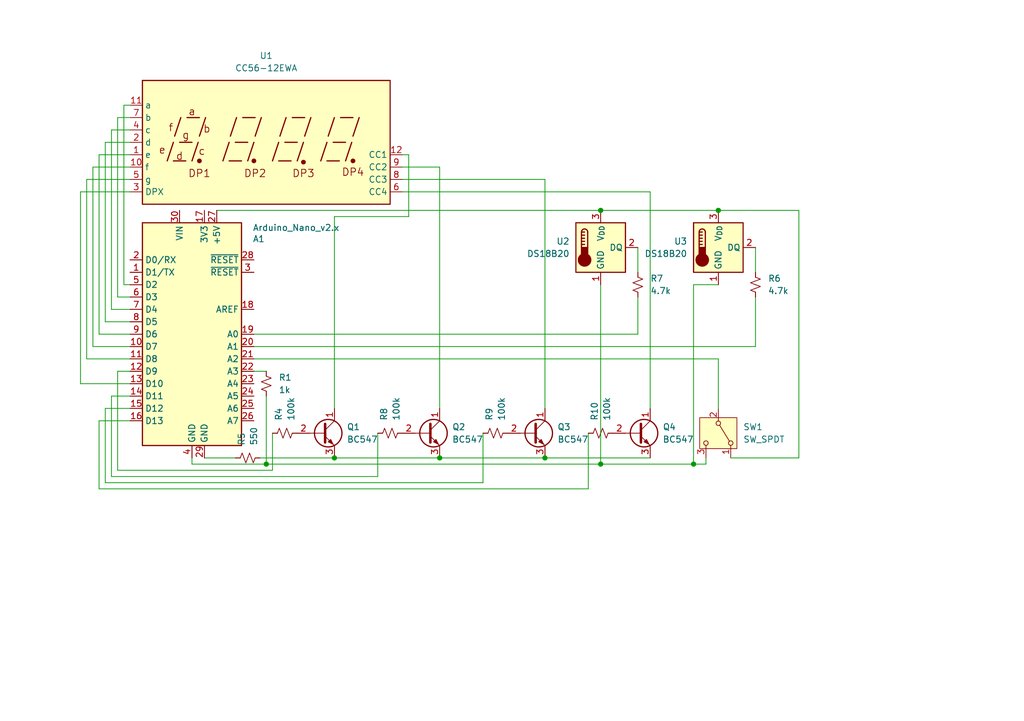
<source format=kicad_sch>
(kicad_sch (version 20250114) (generator "eeschema") (generator_version "9.0")
  (paper "A5")
  (title_block (title "7 Segment Thermometer") (date "2025-03-30") (rev "1.0"))
  (lib_symbols
    (symbol "Device:R_Small_US" (pin_numbers (hide yes)) (pin_names (offset 0.254) (hide yes))
      (property "Reference" "R" (at 0.762 0.508 0))
      (property "Value" "R_Small_US" (at 0.762 -1.016 0))
      (symbol "R_Small_US_1_1"
        (polyline (pts (xy 0 1.524) (xy 1.016 1.143) (xy 0 0.762) (xy -1.016 0.381) (xy 0 0)))
        (polyline (pts (xy 0 0) (xy 1.016 -0.381) (xy 0 -0.762) (xy -1.016 -1.143) (xy 0 -1.524)))
        (pin passive line (at 0 2.54 270) (length 1.016) (name "~") (number "1"))
        (pin passive line (at 0 -2.54 90) (length 1.016) (name "~") (number "2"))
      )
    )
    (symbol "Display_Character:CC56-12EWA"
      (property "Reference" "U" (at -24.13 13.97 0))
      (property "Value" "CC56-12EWA" (at 19.05 13.97 0))
      (symbol "CC56-12EWA_0_0"
        (rectangle (start -25.4 12.7) (end 25.4 -12.7) (stroke (width 0.254)) (fill (type background)))
        (polyline (pts (xy -20.32 -3.81) (xy -19.05 0)) (stroke (width 0.254)))
        (polyline (pts (xy -19.05 -3.81) (xy -16.51 -3.81)) (stroke (width 0.254)))
        (polyline (pts (xy -18.796 1.27) (xy -17.526 5.08)) (stroke (width 0.254)))
        (polyline (pts (xy -17.78 0) (xy -15.24 0)) (stroke (width 0.254)))
        (polyline (pts (xy -16.256 5.08) (xy -13.716 5.08)) (stroke (width 0.254)))
        (polyline (pts (xy -15.24 -3.81) (xy -13.97 0)) (stroke (width 0.254)))
        (polyline (pts (xy -13.716 1.27) (xy -12.446 5.08)) (stroke (width 0.254)))
        (polyline (pts (xy -8.89 -3.81) (xy -7.62 0)) (stroke (width 0.254)))
        (polyline (pts (xy -7.62 -3.81) (xy -5.08 -3.81)) (stroke (width 0.254)))
        (polyline (pts (xy -7.366 1.27) (xy -6.096 5.08)) (stroke (width 0.254)))
        (polyline (pts (xy -6.35 0) (xy -3.81 0)) (stroke (width 0.254)))
        (polyline (pts (xy -4.826 5.08) (xy -2.286 5.08)) (stroke (width 0.254)))
        (polyline (pts (xy -3.81 -3.81) (xy -2.54 0)) (stroke (width 0.254)))
        (polyline (pts (xy -2.286 1.27) (xy -1.016 5.08)) (stroke (width 0.254)))
        (polyline (pts (xy 1.27 -3.81) (xy 2.54 0)) (stroke (width 0.254)))
        (polyline (pts (xy 2.54 -3.81) (xy 5.08 -3.81)) (stroke (width 0.254)))
        (polyline (pts (xy 2.794 1.27) (xy 4.064 5.08)) (stroke (width 0.254)))
        (polyline (pts (xy 3.81 0) (xy 6.35 0)) (stroke (width 0.254)))
        (polyline (pts (xy 5.334 5.08) (xy 7.874 5.08)) (stroke (width 0.254)))
        (polyline (pts (xy 6.35 -3.81) (xy 7.62 0)) (stroke (width 0.254)))
        (polyline (pts (xy 7.874 1.27) (xy 9.144 5.08)) (stroke (width 0.254)))
        (polyline (pts (xy 11.176 -3.81) (xy 12.446 0)) (stroke (width 0.254)))
        (polyline (pts (xy 12.446 -3.81) (xy 14.986 -3.81)) (stroke (width 0.254)))
        (polyline (pts (xy 12.7 1.27) (xy 13.97 5.08)) (stroke (width 0.254)))
        (polyline (pts (xy 13.716 0) (xy 16.256 0)) (stroke (width 0.254)))
        (polyline (pts (xy 15.24 5.08) (xy 17.78 5.08)) (stroke (width 0.254)))
        (polyline (pts (xy 16.256 -3.81) (xy 17.526 0)) (stroke (width 0.254)))
        (polyline (pts (xy 17.78 1.27) (xy 19.05 5.08)) (stroke (width 0.254)))
        (text "e" (at -21.336 -1.524 0) (effects (font (size 1.524 1.524))))
        (text "f" (at -19.558 3.048 0) (effects (font (size 1.524 1.524))))
        (text "d" (at -17.78 -2.794 0) (effects (font (size 1.524 1.524))))
        (text "g" (at -16.51 1.524 0) (effects (font (size 1.524 1.524))))
        (text "a" (at -15.24 6.35 0) (effects (font (size 1.524 1.524))))
        (text "DP1" (at -13.716 -6.35 0) (effects (font (size 1.524 1.524))))
        (text "c" (at -13.208 -1.778 0) (effects (font (size 1.524 1.524))))
        (text "b" (at -12.192 2.794 0) (effects (font (size 1.524 1.524))))
        (text "DP2" (at -2.286 -6.35 0) (effects (font (size 1.524 1.524))))
        (text "DP3" (at 7.62 -6.35 0) (effects (font (size 1.524 1.524))))
        (text "DP4" (at 17.78 -6.096 0) (effects (font (size 1.524 1.524))))
      )
      (symbol "CC56-12EWA_0_1"
        (circle (center -13.716 -3.81) (radius 0.3556) (stroke (width 0.254)) (fill (type outline)))
        (circle (center -2.54 -3.81) (radius 0.3556) (stroke (width 0.254)) (fill (type outline)))
      )
      (symbol "CC56-12EWA_1_0"
        (circle (center 7.62 -4.064) (radius 0.3556) (stroke (width 0.254)) (fill (type outline)))
        (circle (center 17.78 -3.81) (radius 0.3556) (stroke (width 0.254)) (fill (type outline)))
      )
      (symbol "CC56-12EWA_1_1"
        (pin input line (at -27.94 7.62 0) (length 2.54) (name "a") (number "11"))
        (pin input line (at -27.94 5.08 0) (length 2.54) (name "b") (number "7"))
        (pin input line (at -27.94 2.54 0) (length 2.54) (name "c") (number "4"))
        (pin input line (at -27.94 0 0) (length 2.54) (name "d") (number "2"))
        (pin input line (at -27.94 -2.54 0) (length 2.54) (name "e") (number "1"))
        (pin input line (at -27.94 -5.08 0) (length 2.54) (name "f") (number "10"))
        (pin input line (at -27.94 -7.62 0) (length 2.54) (name "g") (number "5"))
        (pin input line (at -27.94 -10.16 0) (length 2.54) (name "DPX") (number "3"))
        (pin input line (at 27.94 -2.54 180) (length 2.54) (name "CC1") (number "12"))
        (pin input line (at 27.94 -5.08 180) (length 2.54) (name "CC2") (number "9"))
        (pin input line (at 27.94 -7.62 180) (length 2.54) (name "CC3") (number "8"))
        (pin input line (at 27.94 -10.16 180) (length 2.54) (name "CC4") (number "6"))
      )
    )
    (symbol "MCU_Module:Arduino_Nano_v2.x"
      (property "Reference" "A" (at -10.16 23.495 0))
      (property "Value" "Arduino_Nano_v2.x" (at 5.08 -24.13 0))
      (symbol "Arduino_Nano_v2.x_0_1"
        (rectangle (start -10.16 22.86) (end 10.16 -22.86) (stroke (width 0.254)) (fill (type background)))
      )
      (symbol "Arduino_Nano_v2.x_1_1"
        (pin bidirectional line (at -12.7 15.24 0) (length 2.54) (name "D0/RX") (number "2"))
        (pin bidirectional line (at -12.7 12.7 0) (length 2.54) (name "D1/TX") (number "1"))
        (pin bidirectional line (at -12.7 10.16 0) (length 2.54) (name "D2") (number "5"))
        (pin bidirectional line (at -12.7 7.62 0) (length 2.54) (name "D3") (number "6"))
        (pin bidirectional line (at -12.7 5.08 0) (length 2.54) (name "D4") (number "7"))
        (pin bidirectional line (at -12.7 2.54 0) (length 2.54) (name "D5") (number "8"))
        (pin bidirectional line (at -12.7 0 0) (length 2.54) (name "D6") (number "9"))
        (pin bidirectional line (at -12.7 -2.54 0) (length 2.54) (name "D7") (number "10"))
        (pin bidirectional line (at -12.7 -5.08 0) (length 2.54) (name "D8") (number "11"))
        (pin bidirectional line (at -12.7 -7.62 0) (length 2.54) (name "D9") (number "12"))
        (pin bidirectional line (at -12.7 -10.16 0) (length 2.54) (name "D10") (number "13"))
        (pin bidirectional line (at -12.7 -12.7 0) (length 2.54) (name "D11") (number "14"))
        (pin bidirectional line (at -12.7 -15.24 0) (length 2.54) (name "D12") (number "15"))
        (pin bidirectional line (at -12.7 -17.78 0) (length 2.54) (name "D13") (number "16"))
        (pin power_in line (at -2.54 25.4 270) (length 2.54) (name "VIN") (number "30"))
        (pin power_in line (at 0 -25.4 90) (length 2.54) (name "GND") (number "4"))
        (pin power_out line (at 2.54 25.4 270) (length 2.54) (name "3V3") (number "17"))
        (pin power_in line (at 2.54 -25.4 90) (length 2.54) (name "GND") (number "29"))
        (pin power_out line (at 5.08 25.4 270) (length 2.54) (name "+5V") (number "27"))
        (pin input line (at 12.7 15.24 180) (length 2.54) (name "~{RESET}") (number "28"))
        (pin input line (at 12.7 12.7 180) (length 2.54) (name "~{RESET}") (number "3"))
        (pin input line (at 12.7 5.08 180) (length 2.54) (name "AREF") (number "18"))
        (pin bidirectional line (at 12.7 0 180) (length 2.54) (name "A0") (number "19"))
        (pin bidirectional line (at 12.7 -2.54 180) (length 2.54) (name "A1") (number "20"))
        (pin bidirectional line (at 12.7 -5.08 180) (length 2.54) (name "A2") (number "21"))
        (pin bidirectional line (at 12.7 -7.62 180) (length 2.54) (name "A3") (number "22"))
        (pin bidirectional line (at 12.7 -10.16 180) (length 2.54) (name "A4") (number "23"))
        (pin bidirectional line (at 12.7 -12.7 180) (length 2.54) (name "A5") (number "24"))
        (pin bidirectional line (at 12.7 -15.24 180) (length 2.54) (name "A6") (number "25"))
        (pin bidirectional line (at 12.7 -17.78 180) (length 2.54) (name "A7") (number "26"))
      )
    )
    (symbol "Sensor_Temperature:DS18B20"
      (property "Reference" "U" (at -3.81 6.35 0))
      (property "Value" "DS18B20" (at 6.35 6.35 0))
      (symbol "DS18B20_0_1"
        (rectangle (start -5.08 5.08) (end 5.08 -5.08) (stroke (width 0.254)) (fill (type background)))
        (polyline (pts (xy -3.937 3.175) (xy -3.937 0)) (stroke (width 0.254)))
        (polyline (pts (xy -3.937 3.175) (xy -3.302 3.175)) (stroke (width 0.254)))
        (polyline (pts (xy -3.937 2.54) (xy -3.302 2.54)) (stroke (width 0.254)))
        (polyline (pts (xy -3.937 1.905) (xy -3.302 1.905)) (stroke (width 0.254)))
        (polyline (pts (xy -3.937 1.27) (xy -3.302 1.27)) (stroke (width 0.254)))
        (polyline (pts (xy -3.937 0.635) (xy -3.302 0.635)) (stroke (width 0.254)))
        (arc (start -3.937 3.175) (mid -3.302 3.8073) (end -2.667 3.175) (stroke (width 0.254)))
        (circle (center -3.302 -2.54) (radius 1.27) (stroke (width 0.254)) (fill (type outline)))
        (polyline (pts (xy -2.667 3.175) (xy -2.667 0)) (stroke (width 0.254)))
        (rectangle (start -2.667 -1.905) (end -3.937 0) (stroke (width 0.254)) (fill (type outline)))
      )
      (symbol "DS18B20_1_1"
        (pin power_in line (at 0 7.62 270) (length 2.54) (name "V_{DD}") (number "3"))
        (pin power_in line (at 0 -7.62 90) (length 2.54) (name "GND") (number "1"))
        (pin bidirectional line (at 7.62 0 180) (length 2.54) (name "DQ") (number "2"))
      )
    )
    (symbol "Switch:SW_SPDT" (pin_names (offset 0) (hide yes))
      (property "Reference" "SW" (at 0 5.08 0))
      (property "Value" "SW_SPDT" (at 0 -5.08 0))
      (symbol "SW_SPDT_0_1"
        (circle (center -2.032 0) (radius 0.4572))
        (polyline (pts (xy -1.651 0.254) (xy 1.651 2.286)))
        (circle (center 2.032 2.54) (radius 0.4572))
        (circle (center 2.032 -2.54) (radius 0.4572))
      )
      (symbol "SW_SPDT_1_1"
        (rectangle (start -3.175 3.81) (end 3.175 -3.81) (fill (type background)))
        (pin passive line (at -5.08 0 0) (length 2.54) (name "B") (number "2"))
        (pin passive line (at 5.08 2.54 180) (length 2.54) (name "A") (number "1"))
        (pin passive line (at 5.08 -2.54 180) (length 2.54) (name "C") (number "3"))
      )
    )
    (symbol "Transistor_BJT:BC547" (pin_names (offset 0) (hide yes))
      (property "Reference" "Q" (at 5.08 1.905 0))
      (property "Value" "BC547" (at 5.08 0 0))
      (symbol "BC547_0_1"
        (polyline (pts (xy -2.54 0) (xy 0.635 0)))
        (polyline (pts (xy 0.635 1.905) (xy 0.635 -1.905)) (stroke (width 0.508)))
        (circle (center 1.27 0) (radius 2.8194) (stroke (width 0.254)))
      )
      (symbol "BC547_1_1"
        (polyline (pts (xy 0.635 0.635) (xy 2.54 2.54)))
        (polyline (pts (xy 0.635 -0.635) (xy 2.54 -2.54)))
        (polyline (pts (xy 1.27 -1.778) (xy 1.778 -1.27) (xy 2.286 -2.286) (xy 1.27 -1.778)) (fill (type outline)))
        (pin input line (at -5.08 0 0) (length 2.54) (name "B") (number "2"))
        (pin passive line (at 2.54 5.08 270) (length 2.54) (name "C") (number "1"))
        (pin passive line (at 2.54 -5.08 90) (length 2.54) (name "E") (number "3"))
      )
    )
  )
  (junction (at 90.17 93.98))
  (junction (at 54.61 95.25))
  (junction (at 142.24 95.25))
  (junction (at 111.76 93.98))
  (junction (at 123.19 95.25))
  (junction (at 68.58 93.98))
  (junction (at 123.19 43.18))
  (junction (at 147.32 43.18))
  (wire (pts (xy 24.13 76.2) (xy 26.67 76.2)))
  (wire (pts (xy 21.59 66.04) (xy 21.59 29.21)))
  (wire (pts (xy 24.13 24.13) (xy 26.67 24.13)))
  (wire (pts (xy 21.59 29.21) (xy 26.67 29.21)))
  (wire (pts (xy 130.81 68.58) (xy 52.07 68.58)))
  (wire (pts (xy 26.67 78.74) (xy 16.51 78.74)))
  (wire (pts (xy 147.32 43.18) (xy 163.83 43.18)))
  (wire (pts (xy 25.4 58.42) (xy 25.4 21.59)))
  (wire (pts (xy 82.55 34.29) (xy 90.17 34.29)))
  (wire (pts (xy 123.19 95.25) (xy 142.24 95.25)))
  (wire (pts (xy 82.55 36.83) (xy 111.76 36.83)))
  (wire (pts (xy 99.06 99.06) (xy 99.06 88.9)))
  (wire (pts (xy 82.55 39.37) (xy 133.35 39.37)))
  (wire (pts (xy 111.76 36.83) (xy 111.76 83.82)))
  (wire (pts (xy 52.07 76.2) (xy 54.61 76.2)))
  (wire (pts (xy 26.67 66.04) (xy 21.59 66.04)))
  (wire (pts (xy 144.78 93.98) (xy 144.78 95.25)))
  (wire (pts (xy 142.24 58.42) (xy 147.32 58.42)))
  (wire (pts (xy 68.58 93.98) (xy 90.17 93.98)))
  (wire (pts (xy 120.65 100.33) (xy 120.65 88.9)))
  (wire (pts (xy 83.82 44.45) (xy 83.82 31.75)))
  (wire (pts (xy 54.61 95.25) (xy 123.19 95.25)))
  (wire (pts (xy 25.4 21.59) (xy 26.67 21.59)))
  (wire (pts (xy 22.86 26.67) (xy 26.67 26.67)))
  (wire (pts (xy 130.81 60.96) (xy 130.81 68.58)))
  (wire (pts (xy 24.13 96.52) (xy 24.13 76.2)))
  (wire (pts (xy 123.19 58.42) (xy 123.19 95.25)))
  (wire (pts (xy 123.19 43.18) (xy 147.32 43.18)))
  (wire (pts (xy 68.58 83.82) (xy 68.58 44.45)))
  (wire (pts (xy 26.67 68.58) (xy 20.32 68.58)))
  (wire (pts (xy 16.51 39.37) (xy 26.67 39.37)))
  (wire (pts (xy 154.94 60.96) (xy 154.94 71.12)))
  (wire (pts (xy 41.91 93.98) (xy 48.26 93.98)))
  (wire (pts (xy 26.67 71.12) (xy 19.05 71.12)))
  (wire (pts (xy 24.13 60.96) (xy 24.13 24.13)))
  (wire (pts (xy 17.78 36.83) (xy 26.67 36.83)))
  (wire (pts (xy 22.86 63.5) (xy 22.86 26.67)))
  (wire (pts (xy 26.67 63.5) (xy 22.86 63.5)))
  (wire (pts (xy 20.32 68.58) (xy 20.32 31.75)))
  (wire (pts (xy 130.81 50.8) (xy 130.81 55.88)))
  (wire (pts (xy 147.32 73.66) (xy 52.07 73.66)))
  (wire (pts (xy 26.67 58.42) (xy 25.4 58.42)))
  (wire (pts (xy 22.86 97.79) (xy 22.86 81.28)))
  (wire (pts (xy 19.05 71.12) (xy 19.05 34.29)))
  (wire (pts (xy 163.83 93.98) (xy 149.86 93.98)))
  (wire (pts (xy 21.59 99.06) (xy 99.06 99.06)))
  (wire (pts (xy 154.94 71.12) (xy 52.07 71.12)))
  (wire (pts (xy 90.17 34.29) (xy 90.17 83.82)))
  (wire (pts (xy 44.45 43.18) (xy 123.19 43.18)))
  (wire (pts (xy 77.47 88.9) (xy 77.47 97.79)))
  (wire (pts (xy 20.32 86.36) (xy 20.32 100.33)))
  (wire (pts (xy 83.82 31.75) (xy 82.55 31.75)))
  (wire (pts (xy 20.32 100.33) (xy 120.65 100.33)))
  (wire (pts (xy 16.51 39.37) (xy 16.51 78.74)))
  (wire (pts (xy 147.32 83.82) (xy 147.32 73.66)))
  (wire (pts (xy 53.34 93.98) (xy 68.58 93.98)))
  (wire (pts (xy 26.67 83.82) (xy 21.59 83.82)))
  (wire (pts (xy 17.78 73.66) (xy 17.78 36.83)))
  (wire (pts (xy 22.86 81.28) (xy 26.67 81.28)))
  (wire (pts (xy 39.37 93.98) (xy 39.37 95.25)))
  (wire (pts (xy 54.61 81.28) (xy 54.61 95.25)))
  (wire (pts (xy 39.37 95.25) (xy 54.61 95.25)))
  (wire (pts (xy 111.76 93.98) (xy 133.35 93.98)))
  (wire (pts (xy 55.88 96.52) (xy 24.13 96.52)))
  (wire (pts (xy 55.88 88.9) (xy 55.88 96.52)))
  (wire (pts (xy 26.67 73.66) (xy 17.78 73.66)))
  (wire (pts (xy 163.83 43.18) (xy 163.83 93.98)))
  (wire (pts (xy 21.59 83.82) (xy 21.59 99.06)))
  (wire (pts (xy 26.67 60.96) (xy 24.13 60.96)))
  (wire (pts (xy 90.17 93.98) (xy 111.76 93.98)))
  (wire (pts (xy 133.35 39.37) (xy 133.35 83.82)))
  (wire (pts (xy 26.67 86.36) (xy 20.32 86.36)))
  (wire (pts (xy 77.47 97.79) (xy 22.86 97.79)))
  (wire (pts (xy 142.24 95.25) (xy 142.24 58.42)))
  (wire (pts (xy 154.94 50.8) (xy 154.94 55.88)))
  (wire (pts (xy 19.05 34.29) (xy 26.67 34.29)))
  (wire (pts (xy 142.24 95.25) (xy 144.78 95.25)))
  (wire (pts (xy 68.58 44.45) (xy 83.82 44.45)))
  (wire (pts (xy 20.32 31.75) (xy 26.67 31.75)))
  (symbol (lib_id "Sensor_Temperature:DS18B20") (at 123.19 50.8 0) (unit 1)
    (property "Reference" "U2" (at 116.84 49.5299 0) (effects (justify right)))
    (property "Value" "DS18B20" (at 116.84 52.0699 0) (effects (justify right)))
    (property "Footprint" "Package_TO_SOT_THT:TO-92_Inline" (effects (hide yes)))
    (property "Datasheet" "http://datasheets.maximintegrated.com/en/ds/DS18B20.pdf" (effects (hide yes)))
    (property "Description" "Programmable Resolution 1-Wire Digital Thermometer TO-92" (effects (hide yes)))
  )
  (symbol (lib_id "Device:R_Small_US") (at 80.01 88.9 90) (unit 1)
    (property "Reference" "R8" (at 78.7399 86.36 0) (effects (justify left)))
    (property "Value" "100k" (at 81.2799 86.36 0) (effects (justify left)))
    (property "Description" "Resistor, small US symbol" (effects (hide yes)))
  )
  (symbol (lib_id "Device:R_Small_US") (at 154.94 58.42 0) (unit 1)
    (property "Reference" "R6" (at 157.48 57.1499 0) (effects (justify left)))
    (property "Value" "4.7k" (at 157.48 59.6899 0) (effects (justify left)))
    (property "Description" "Resistor, small US symbol" (effects (hide yes)))
  )
  (symbol (lib_id "Device:R_Small_US") (at 130.81 58.42 0) (unit 1)
    (property "Reference" "R7" (at 133.35 57.1499 0) (effects (justify left)))
    (property "Value" "4.7k" (at 133.35 59.6899 0) (effects (justify left)))
    (property "Description" "Resistor, small US symbol" (effects (hide yes)))
  )
  (symbol (lib_id "Transistor_BJT:BC547") (at 66.04 88.9 0) (unit 1)
    (property "Reference" "Q1" (at 71.12 87.6299 0) (effects (justify left)))
    (property "Value" "BC547" (at 71.12 90.1699 0) (effects (justify left)))
    (property "Footprint" "Package_TO_SOT_THT:TO-92_Inline" (effects (hide yes)))
    (property "Datasheet" "https://www.onsemi.com/pub/Collateral/BC550-D.pdf" (effects (hide yes)))
    (property "Description" "0.1A Ic, 45V Vce, Small Signal NPN Transistor, TO-92" (effects (hide yes)))
  )
  (symbol (lib_id "Device:R_Small_US") (at 101.6 88.9 90) (unit 1)
    (property "Reference" "R9" (at 100.3299 86.36 0) (effects (justify left)))
    (property "Value" "100k" (at 102.8699 86.36 0) (effects (justify left)))
    (property "Description" "Resistor, small US symbol" (effects (hide yes)))
  )
  (symbol (lib_id "Transistor_BJT:BC547") (at 130.81 88.9 0) (unit 1)
    (property "Reference" "Q4" (at 135.89 87.6299 0) (effects (justify left)))
    (property "Value" "BC547" (at 135.89 90.1699 0) (effects (justify left)))
    (property "Footprint" "Package_TO_SOT_THT:TO-92_Inline" (effects (hide yes)))
    (property "Datasheet" "https://www.onsemi.com/pub/Collateral/BC550-D.pdf" (effects (hide yes)))
    (property "Description" "0.1A Ic, 45V Vce, Small Signal NPN Transistor, TO-92" (effects (hide yes)))
  )
  (symbol (lib_id "Sensor_Temperature:DS18B20") (at 147.32 50.8 0) (unit 1)
    (property "Reference" "U3" (at 140.97 49.5299 0) (effects (justify right)))
    (property "Value" "DS18B20" (at 140.97 52.0699 0) (effects (justify right)))
    (property "Footprint" "Package_TO_SOT_THT:TO-92_Inline" (effects (hide yes)))
    (property "Datasheet" "http://datasheets.maximintegrated.com/en/ds/DS18B20.pdf" (effects (hide yes)))
    (property "Description" "Programmable Resolution 1-Wire Digital Thermometer TO-92" (effects (hide yes)))
  )
  (symbol (lib_id "Transistor_BJT:BC547") (at 109.22 88.9 0) (unit 1)
    (property "Reference" "Q3" (at 114.3 87.6299 0) (effects (justify left)))
    (property "Value" "BC547" (at 114.3 90.1699 0) (effects (justify left)))
    (property "Footprint" "Package_TO_SOT_THT:TO-92_Inline" (effects (hide yes)))
    (property "Datasheet" "https://www.onsemi.com/pub/Collateral/BC550-D.pdf" (effects (hide yes)))
    (property "Description" "0.1A Ic, 45V Vce, Small Signal NPN Transistor, TO-92" (effects (hide yes)))
  )
  (symbol (lib_id "MCU_Module:Arduino_Nano_v2.x") (at 39.37 68.58 0) (unit 1)
    (property "Reference" "A1" (at 51.816 49.022 0) (effects (justify left)))
    (property "Value" "Arduino_Nano_v2.x" (at 51.816 46.736 0) (effects (justify left)))
    (property "Footprint" "Module:Arduino_Nano" (effects (hide yes)))
    (property "Datasheet" "https://www.arduino.cc/en/uploads/Main/ArduinoNanoManual23.pdf" (effects (hide yes)))
    (property "Description" "Arduino Nano v2.x" (effects (hide yes)))
  )
  (symbol (lib_id "Device:R_Small_US") (at 54.61 78.74 0) (unit 1)
    (property "Reference" "R1" (at 57.15 77.4699 0) (effects (justify left)))
    (property "Value" "1k" (at 57.15 80.0099 0) (effects (justify left)))
    (property "Description" "Resistor, small US symbol" (effects (hide yes)))
  )
  (symbol (lib_id "Transistor_BJT:BC547") (at 87.63 88.9 0) (unit 1)
    (property "Reference" "Q2" (at 92.71 87.6299 0) (effects (justify left)))
    (property "Value" "BC547" (at 92.71 90.1699 0) (effects (justify left)))
    (property "Footprint" "Package_TO_SOT_THT:TO-92_Inline" (effects (hide yes)))
    (property "Datasheet" "https://www.onsemi.com/pub/Collateral/BC550-D.pdf" (effects (hide yes)))
    (property "Description" "0.1A Ic, 45V Vce, Small Signal NPN Transistor, TO-92" (effects (hide yes)))
  )
  (symbol (lib_id "Device:R_Small_US") (at 58.42 88.9 90) (unit 1)
    (property "Reference" "R4" (at 57.1499 86.36 0) (effects (justify left)))
    (property "Value" "100k" (at 59.6899 86.36 0) (effects (justify left)))
    (property "Description" "Resistor, small US symbol" (effects (hide yes)))
  )
  (symbol (lib_id "Display_Character:CC56-12EWA") (at 54.61 29.21 0) (unit 1)
    (property "Reference" "U1" (at 54.61 11.43 0))
    (property "Value" "CC56-12EWA" (at 54.61 13.97 0))
    (property "Footprint" "Display_7Segment:CA56-12EWA" (effects (hide yes)))
    (property "Datasheet" "http://www.kingbrightusa.com/images/catalog/SPEC/CA56-12EWA.pdf" (effects (hide yes)))
    (property "Description" "4 digit 7 segment high efficiency red LED, common cathode" (effects (hide yes)))
  )
  (symbol (lib_id "Switch:SW_SPDT") (at 147.32 88.9 270) (unit 1)
    (property "Reference" "SW1" (at 152.4 87.6299 90) (effects (justify left)))
    (property "Value" "SW_SPDT" (at 152.4 90.1699 90) (effects (justify left)))
    (property "Description" "Switch, single pole double throw" (effects (hide yes)))
  )
  (symbol (lib_id "Device:R_Small_US") (at 50.8 93.98 90) (unit 1)
    (property "Reference" "R5" (at 49.5299 91.44 0) (effects (justify left)))
    (property "Value" "550" (at 52.0699 91.44 0) (effects (justify left)))
    (property "Description" "Resistor, small US symbol" (effects (hide yes)))
  )
  (symbol (lib_id "Device:R_Small_US") (at 123.19 88.9 90) (unit 1)
    (property "Reference" "R10" (at 121.9199 86.36 0) (effects (justify left)))
    (property "Value" "100k" (at 124.4599 86.36 0) (effects (justify left)))
    (property "Description" "Resistor, small US symbol" (effects (hide yes)))
  )
)
</source>
